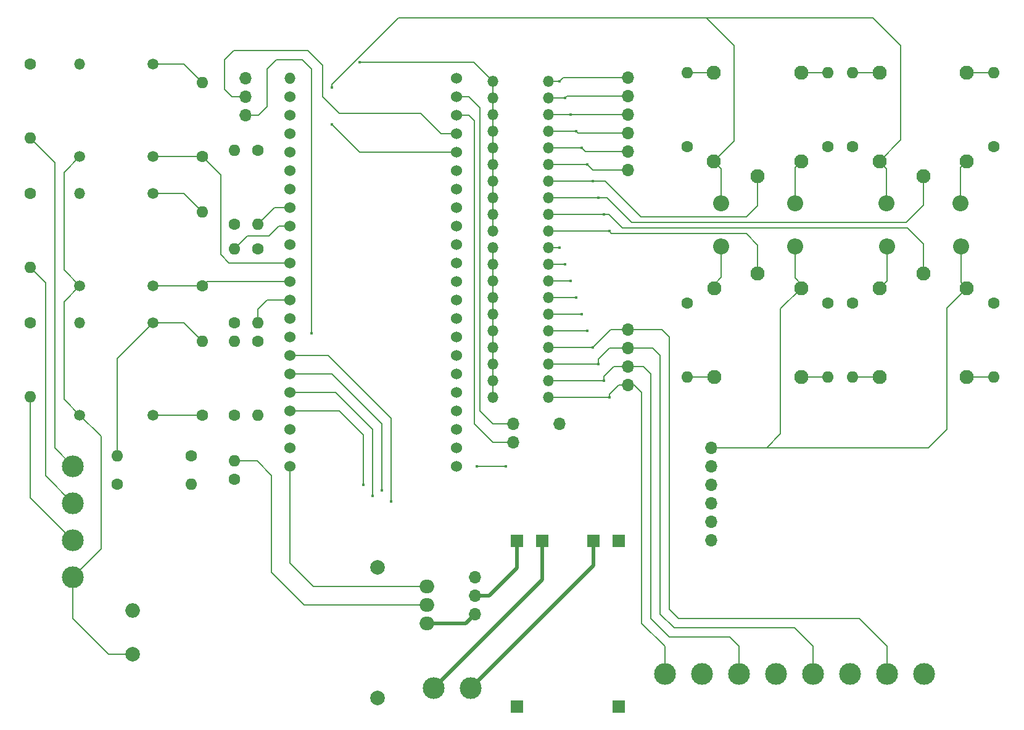
<source format=gbr>
%TF.GenerationSoftware,KiCad,Pcbnew,7.0.10*%
%TF.CreationDate,2024-04-01T07:53:45-03:00*%
%TF.ProjectId,board,626f6172-642e-46b6-9963-61645f706362,4.6*%
%TF.SameCoordinates,Original*%
%TF.FileFunction,Copper,L1,Top*%
%TF.FilePolarity,Positive*%
%FSLAX46Y46*%
G04 Gerber Fmt 4.6, Leading zero omitted, Abs format (unit mm)*
G04 Created by KiCad (PCBNEW 7.0.10) date 2024-04-01 07:53:45*
%MOMM*%
%LPD*%
G01*
G04 APERTURE LIST*
%TA.AperFunction,ComponentPad*%
%ADD10C,1.600000*%
%TD*%
%TA.AperFunction,ComponentPad*%
%ADD11O,1.600000X1.600000*%
%TD*%
%TA.AperFunction,ComponentPad*%
%ADD12O,3.000000X3.000000*%
%TD*%
%TA.AperFunction,ComponentPad*%
%ADD13C,3.000000*%
%TD*%
%TA.AperFunction,ComponentPad*%
%ADD14C,1.950000*%
%TD*%
%TA.AperFunction,ComponentPad*%
%ADD15O,1.700000X1.700000*%
%TD*%
%TA.AperFunction,ComponentPad*%
%ADD16O,1.500000X1.500000*%
%TD*%
%TA.AperFunction,ComponentPad*%
%ADD17O,1.508000X1.508000*%
%TD*%
%TA.AperFunction,ComponentPad*%
%ADD18C,1.508000*%
%TD*%
%TA.AperFunction,ComponentPad*%
%ADD19R,1.676400X1.676400*%
%TD*%
%TA.AperFunction,ComponentPad*%
%ADD20O,2.000000X2.000000*%
%TD*%
%TA.AperFunction,ComponentPad*%
%ADD21C,2.000000*%
%TD*%
%TA.AperFunction,ComponentPad*%
%ADD22O,2.200000X2.200000*%
%TD*%
%TA.AperFunction,ComponentPad*%
%ADD23O,1.530000X1.530000*%
%TD*%
%TA.AperFunction,ComponentPad*%
%ADD24C,1.530000*%
%TD*%
%TA.AperFunction,ComponentPad*%
%ADD25O,2.000000X1.905000*%
%TD*%
%TA.AperFunction,ViaPad*%
%ADD26C,0.400000*%
%TD*%
%TA.AperFunction,Conductor*%
%ADD27C,0.200000*%
%TD*%
%TA.AperFunction,Conductor*%
%ADD28C,0.500000*%
%TD*%
G04 APERTURE END LIST*
D10*
%TO.P,R21,1*%
%TO.N,TC A-1*%
X191624700Y-79019400D03*
D11*
%TO.P,R21,2*%
%TO.N,Net-(K3-PadNO)*%
X191624700Y-89179400D03*
%TD*%
D12*
%TO.P,J6,1,Pin_1*%
%TO.N,C Cwave*%
X176022000Y-130048000D03*
D13*
%TO.P,J6,2,Pin_2*%
%TO.N,TC A-1*%
X181102000Y-130048000D03*
%TD*%
D14*
%TO.P,K2,COIL1*%
%TO.N,Select C Level*%
X195307700Y-59571000D03*
%TO.P,K2,COIL2*%
%TO.N,GND*%
X207307700Y-59571000D03*
%TO.P,K2,COM*%
%TO.N,B Cwave*%
X201307700Y-61571000D03*
%TO.P,K2,NC*%
%TO.N,Net-(K2-PadNC)*%
X195307700Y-47371000D03*
%TO.P,K2,NO*%
%TO.N,Net-(K2-PadNO)*%
X207307700Y-47371000D03*
%TD*%
D10*
%TO.P,R15,1*%
%TO.N,TC A-1*%
X168879000Y-57531000D03*
D11*
%TO.P,R15,2*%
%TO.N,Net-(K1-PadNC)*%
X168879000Y-47371000D03*
%TD*%
D14*
%TO.P,K4,COIL1*%
%TO.N,GND*%
X184601600Y-76979400D03*
%TO.P,K4,COIL2*%
%TO.N,Select C Level*%
X172601600Y-76979400D03*
%TO.P,K4,COM*%
%TO.N,N Cwave*%
X178601600Y-74979400D03*
%TO.P,K4,NC*%
%TO.N,Net-(K4-PadNC)*%
X184601600Y-89179400D03*
%TO.P,K4,NO*%
%TO.N,Net-(K4-PadNO)*%
X172601600Y-89179400D03*
%TD*%
D15*
%TO.P,P1,1,Pin_1*%
%TO.N,GND*%
X151384000Y-95631000D03*
%TD*%
D10*
%TO.P,R10,1*%
%TO.N,B Vwave*%
X106807000Y-81788000D03*
D11*
%TO.P,R10,2*%
%TO.N,AB Vwave*%
X106807000Y-71628000D03*
%TD*%
D10*
%TO.P,R22,1*%
%TO.N,TC A-1*%
X168929800Y-79019400D03*
D11*
%TO.P,R22,2*%
%TO.N,Net-(K4-PadNO)*%
X168929800Y-89179400D03*
%TD*%
D10*
%TO.P,R5,1*%
%TO.N,Net-(R5-Pad1)*%
X78740000Y-81788000D03*
D11*
%TO.P,R5,2*%
%TO.N,Line C*%
X78740000Y-91948000D03*
%TD*%
D16*
%TO.P,DZ5,1,K*%
%TO.N,Vcc*%
X142245000Y-53162200D03*
%TO.P,DZ5,2,A*%
%TO.N,A Vwave*%
X149865000Y-53162200D03*
%TD*%
D15*
%TO.P,P2,1,Pin_1*%
%TO.N,UART TX*%
X145034000Y-95631000D03*
%TO.P,P2,2,Pin_2*%
%TO.N,UART RX*%
X145034000Y-98171000D03*
%TD*%
D17*
%TO.P,T1,1*%
%TO.N,Net-(R3-Pad1)*%
X85551000Y-46228000D03*
D18*
%TO.P,T1,2*%
%TO.N,Neutral*%
X85551000Y-58928000D03*
%TO.P,T1,3*%
%TO.N,A Vwave*%
X95551000Y-58928000D03*
%TO.P,T1,4*%
%TO.N,TC A-1*%
X95551000Y-46228000D03*
%TD*%
D10*
%TO.P,R8,1*%
%TO.N,C Vwave*%
X102362000Y-94488000D03*
D11*
%TO.P,R8,2*%
%TO.N,TC A-1*%
X102362000Y-84328000D03*
%TD*%
D19*
%TO.P,U1,B+,B+*%
%TO.N,Battery +*%
X149027000Y-111743000D03*
%TO.P,U1,B-,B-*%
%TO.N,Battery -*%
X156027000Y-111743000D03*
%TO.P,U1,IN+,IN+*%
%TO.N,Net-(PS1-+Vout)*%
X145527000Y-134493000D03*
%TO.P,U1,IN-,IN-*%
%TO.N,Net-(PS1--Vout)*%
X159527000Y-134493000D03*
%TO.P,U1,OUT+,OUT+*%
%TO.N,Vin*%
X145527000Y-111743000D03*
%TO.P,U1,OUT-,OUT-*%
%TO.N,GND*%
X159527000Y-111743000D03*
%TD*%
D15*
%TO.P,P3,1,Pin_1*%
%TO.N,A Cwave*%
X160782000Y-82677000D03*
%TO.P,P3,2,Pin_2*%
%TO.N,B Cwave*%
X160782000Y-85217000D03*
%TO.P,P3,3,Pin_3*%
%TO.N,C Cwave*%
X160782000Y-87757000D03*
%TO.P,P3,4,Pin_4*%
%TO.N,N Cwave*%
X160782000Y-90297000D03*
%TD*%
D10*
%TO.P,R20,1*%
%TO.N,TC A-1*%
X210979500Y-57531000D03*
D11*
%TO.P,R20,2*%
%TO.N,Net-(K2-PadNO)*%
X210979500Y-47371000D03*
%TD*%
D16*
%TO.P,DZ13,1,K*%
%TO.N,Vcc*%
X142250000Y-62306200D03*
%TO.P,DZ13,2,A*%
%TO.N,A Cwave*%
X149870000Y-62306200D03*
%TD*%
%TO.P,DZ4,1,K*%
%TO.N,B Vwave*%
X149860000Y-73736200D03*
%TO.P,DZ4,2,A*%
%TO.N,GND*%
X142240000Y-73736200D03*
%TD*%
%TO.P,DZ9,1,K*%
%TO.N,Vcc*%
X142255000Y-57734200D03*
%TO.P,DZ9,2,A*%
%TO.N,AB Vwave*%
X149875000Y-57734200D03*
%TD*%
%TO.P,DZ1,1,K*%
%TO.N,Vcc*%
X142245000Y-48590200D03*
%TO.P,DZ1,2,A*%
%TO.N,C Vwave*%
X149865000Y-48590200D03*
%TD*%
D10*
%TO.P,R11,1*%
%TO.N,BC Vwave*%
X106807000Y-94488000D03*
D11*
%TO.P,R11,2*%
%TO.N,B Vwave*%
X106807000Y-84328000D03*
%TD*%
%TO.P,C1,1*%
%TO.N,Vcc*%
X106807000Y-100751000D03*
D10*
%TO.P,C1,2*%
%TO.N,GND*%
X106807000Y-103251000D03*
%TD*%
D16*
%TO.P,DZ12,1,K*%
%TO.N,CA Vwave*%
X149845000Y-82880200D03*
%TO.P,DZ12,2,A*%
%TO.N,GND*%
X142225000Y-82880200D03*
%TD*%
D10*
%TO.P,R19,1*%
%TO.N,TC A-1*%
X188233800Y-57531000D03*
D11*
%TO.P,R19,2*%
%TO.N,Net-(K1-PadNO)*%
X188233800Y-47371000D03*
%TD*%
D10*
%TO.P,R1,1*%
%TO.N,Vcc*%
X100838000Y-100028379D03*
D11*
%TO.P,R1,2*%
%TO.N,TC A-1*%
X90678000Y-100028379D03*
%TD*%
D12*
%TO.P,J3,1,Pin_1*%
%TO.N,Line A*%
X84582000Y-101473000D03*
D13*
%TO.P,J3,2,Pin_2*%
%TO.N,Line B*%
X84582000Y-106553000D03*
%TD*%
D10*
%TO.P,R2,1*%
%TO.N,TC A-1*%
X90678000Y-103925999D03*
D11*
%TO.P,R2,2*%
%TO.N,GND*%
X100838000Y-103925999D03*
%TD*%
D16*
%TO.P,DZ8,1,K*%
%TO.N,BC Vwave*%
X149850000Y-78308200D03*
%TO.P,DZ8,2,A*%
%TO.N,GND*%
X142230000Y-78308200D03*
%TD*%
D10*
%TO.P,R9,1*%
%TO.N,AB Vwave*%
X106807000Y-68199000D03*
D11*
%TO.P,R9,2*%
%TO.N,A Vwave*%
X106807000Y-58039000D03*
%TD*%
D16*
%TO.P,DZ3,1,K*%
%TO.N,Vcc*%
X142245000Y-50876200D03*
%TO.P,DZ3,2,A*%
%TO.N,B Vwave*%
X149865000Y-50876200D03*
%TD*%
D17*
%TO.P,T2,1*%
%TO.N,Net-(R4-Pad1)*%
X85551000Y-64008000D03*
D18*
%TO.P,T2,2*%
%TO.N,Neutral*%
X85551000Y-76708000D03*
%TO.P,T2,3*%
%TO.N,B Vwave*%
X95551000Y-76708000D03*
%TO.P,T2,4*%
%TO.N,TC A-1*%
X95551000Y-64008000D03*
%TD*%
D16*
%TO.P,DZ17,1,K*%
%TO.N,Vcc*%
X142240000Y-66878200D03*
%TO.P,DZ17,2,A*%
%TO.N,C Cwave*%
X149860000Y-66878200D03*
%TD*%
D15*
%TO.P,SW2,1,A*%
%TO.N,Vcc*%
X108331000Y-48133000D03*
%TO.P,SW2,2,B*%
%TO.N,System Type*%
X108331000Y-50673000D03*
%TO.P,SW2,3,C*%
%TO.N,GND*%
X108331000Y-53213000D03*
%TD*%
D20*
%TO.P,PS1,1,AC/L*%
%TO.N,Line A*%
X92837000Y-121333000D03*
D21*
%TO.P,PS1,2,AC/N*%
%TO.N,Neutral*%
X92837000Y-127333000D03*
%TO.P,PS1,3,-Vout*%
%TO.N,Net-(PS1--Vout)*%
X126437000Y-115333000D03*
%TO.P,PS1,4,+Vout*%
%TO.N,Net-(PS1-+Vout)*%
X126437000Y-133333000D03*
%TD*%
D16*
%TO.P,DZ14,1,K*%
%TO.N,A Cwave*%
X149850000Y-85166200D03*
%TO.P,DZ14,2,A*%
%TO.N,GND*%
X142230000Y-85166200D03*
%TD*%
%TO.P,DZ2,1,K*%
%TO.N,C Vwave*%
X149865000Y-71450200D03*
%TO.P,DZ2,2,A*%
%TO.N,GND*%
X142245000Y-71450200D03*
%TD*%
%TO.P,DZ19,1,K*%
%TO.N,Vcc*%
X142230000Y-69164200D03*
%TO.P,DZ19,2,A*%
%TO.N,N Cwave*%
X149850000Y-69164200D03*
%TD*%
D12*
%TO.P,J4,1,Pin_1*%
%TO.N,A Cwave*%
X196342000Y-130048000D03*
D13*
%TO.P,J4,2,Pin_2*%
%TO.N,TC A-1*%
X201422000Y-130048000D03*
%TD*%
D22*
%TO.P,D4,1,K*%
%TO.N,Select C Level*%
X173552000Y-71247000D03*
%TO.P,D4,2,A*%
%TO.N,GND*%
X183712000Y-71247000D03*
%TD*%
D10*
%TO.P,R3,1*%
%TO.N,Net-(R3-Pad1)*%
X78740000Y-46228000D03*
D11*
%TO.P,R3,2*%
%TO.N,Line A*%
X78740000Y-56388000D03*
%TD*%
D16*
%TO.P,DZ11,1,K*%
%TO.N,Vcc*%
X142245000Y-60020200D03*
%TO.P,DZ11,2,A*%
%TO.N,CA Vwave*%
X149865000Y-60020200D03*
%TD*%
%TO.P,DZ7,1,K*%
%TO.N,Vcc*%
X142245000Y-55448200D03*
%TO.P,DZ7,2,A*%
%TO.N,BC Vwave*%
X149865000Y-55448200D03*
%TD*%
D22*
%TO.P,D2,1,K*%
%TO.N,Select C Level*%
X196298300Y-65303400D03*
%TO.P,D2,2,A*%
%TO.N,GND*%
X206458300Y-65303400D03*
%TD*%
D12*
%TO.P,J7,1,Pin_1*%
%TO.N,N Cwave*%
X165862000Y-130048000D03*
D13*
%TO.P,J7,2,Pin_2*%
%TO.N,TC A-1*%
X170942000Y-130048000D03*
%TD*%
D22*
%TO.P,D3,1,K*%
%TO.N,Select C Level*%
X196302000Y-71247000D03*
%TO.P,D3,2,A*%
%TO.N,GND*%
X206462000Y-71247000D03*
%TD*%
D10*
%TO.P,R7,1*%
%TO.N,B Vwave*%
X102362000Y-76708000D03*
D11*
%TO.P,R7,2*%
%TO.N,TC A-1*%
X102362000Y-66548000D03*
%TD*%
D14*
%TO.P,K1,COIL1*%
%TO.N,Select C Level*%
X172562000Y-59571000D03*
%TO.P,K1,COIL2*%
%TO.N,GND*%
X184562000Y-59571000D03*
%TO.P,K1,COM*%
%TO.N,A Cwave*%
X178562000Y-61571000D03*
%TO.P,K1,NC*%
%TO.N,Net-(K1-PadNC)*%
X172562000Y-47371000D03*
%TO.P,K1,NO*%
%TO.N,Net-(K1-PadNO)*%
X184562000Y-47371000D03*
%TD*%
D10*
%TO.P,R12,1*%
%TO.N,C Vwave*%
X109982000Y-84328000D03*
D11*
%TO.P,R12,2*%
%TO.N,BC Vwave*%
X109982000Y-94488000D03*
%TD*%
D16*
%TO.P,DZ16,1,K*%
%TO.N,B Cwave*%
X149850000Y-87452200D03*
%TO.P,DZ16,2,A*%
%TO.N,GND*%
X142230000Y-87452200D03*
%TD*%
%TO.P,DZ18,1,K*%
%TO.N,C Cwave*%
X149850000Y-89738200D03*
%TO.P,DZ18,2,A*%
%TO.N,GND*%
X142230000Y-89738200D03*
%TD*%
D10*
%TO.P,R17,1*%
%TO.N,TC A-1*%
X210979500Y-79019400D03*
D11*
%TO.P,R17,2*%
%TO.N,Net-(K3-PadNC)*%
X210979500Y-89179400D03*
%TD*%
D10*
%TO.P,R13,1*%
%TO.N,CA Vwave*%
X109982000Y-71628000D03*
D11*
%TO.P,R13,2*%
%TO.N,C Vwave*%
X109982000Y-81788000D03*
%TD*%
D10*
%TO.P,R4,1*%
%TO.N,Net-(R4-Pad1)*%
X78740000Y-64008000D03*
D11*
%TO.P,R4,2*%
%TO.N,Line B*%
X78740000Y-74168000D03*
%TD*%
D10*
%TO.P,R14,1*%
%TO.N,A Vwave*%
X109982000Y-58039000D03*
D11*
%TO.P,R14,2*%
%TO.N,CA Vwave*%
X109982000Y-68199000D03*
%TD*%
D12*
%TO.P,J2,1,Pin_1*%
%TO.N,Line C*%
X84582000Y-111633000D03*
D13*
%TO.P,J2,2,Pin_2*%
%TO.N,Neutral*%
X84582000Y-116713000D03*
%TD*%
D15*
%TO.P,P4,1,Pin_1*%
%TO.N,C Vwave*%
X160782000Y-48083000D03*
%TO.P,P4,2,Pin_2*%
%TO.N,B Vwave*%
X160782000Y-50623000D03*
%TO.P,P4,3,Pin_3*%
%TO.N,A Vwave*%
X160782000Y-53163000D03*
%TO.P,P4,4,Pin_4*%
%TO.N,BC Vwave*%
X160782000Y-55703000D03*
%TO.P,P4,5,Pin_5*%
%TO.N,AB Vwave*%
X160782000Y-58243000D03*
%TO.P,P4,6,Pin_6*%
%TO.N,CA Vwave*%
X160782000Y-60783000D03*
%TD*%
D16*
%TO.P,DZ6,1,K*%
%TO.N,A Vwave*%
X149860000Y-76022200D03*
%TO.P,DZ6,2,A*%
%TO.N,GND*%
X142240000Y-76022200D03*
%TD*%
%TO.P,DZ10,1,K*%
%TO.N,AB Vwave*%
X149850000Y-80594200D03*
%TO.P,DZ10,2,A*%
%TO.N,GND*%
X142230000Y-80594200D03*
%TD*%
%TO.P,DZ20,1,K*%
%TO.N,N Cwave*%
X149850000Y-92024200D03*
%TO.P,DZ20,2,A*%
%TO.N,GND*%
X142230000Y-92024200D03*
%TD*%
D23*
%TO.P,MCU1,J1_1,3V3*%
%TO.N,Vcc*%
X114427000Y-48133000D03*
D24*
%TO.P,MCU1,J1_2,3V3__1*%
%TO.N,unconnected-(MCU1-3V3__1-PadJ1_2)*%
X114427000Y-50673000D03*
%TO.P,MCU1,J1_3,RST*%
%TO.N,unconnected-(MCU1-RST-PadJ1_3)*%
X114427000Y-53213000D03*
%TO.P,MCU1,J1_4,GPIO4*%
%TO.N,N Cwave*%
X114427000Y-55753000D03*
%TO.P,MCU1,J1_5,GPIO5*%
%TO.N,C Cwave*%
X114427000Y-58293000D03*
%TO.P,MCU1,J1_6,GPIO6*%
%TO.N,B Cwave*%
X114427000Y-60833000D03*
%TO.P,MCU1,J1_7,GPIO7*%
%TO.N,A Cwave*%
X114427000Y-63373000D03*
%TO.P,MCU1,J1_8,GPIO15*%
%TO.N,CA Vwave*%
X114427000Y-65913000D03*
%TO.P,MCU1,J1_9,GPIO16*%
%TO.N,AB Vwave*%
X114427000Y-68453000D03*
%TO.P,MCU1,J1_10,GPIO17*%
%TO.N,BC Vwave*%
X114427000Y-70993000D03*
%TO.P,MCU1,J1_11,GPIO18*%
%TO.N,A Vwave*%
X114427000Y-73533000D03*
%TO.P,MCU1,J1_12,GPIO8*%
%TO.N,B Vwave*%
X114427000Y-76073000D03*
%TO.P,MCU1,J1_13,GPIO3*%
%TO.N,C Vwave*%
X114427000Y-78613000D03*
%TO.P,MCU1,J1_14,GPIO46*%
%TO.N,unconnected-(MCU1-GPIO46-PadJ1_14)*%
X114427000Y-81153000D03*
%TO.P,MCU1,J1_15,GPIO9*%
%TO.N,unconnected-(MCU1-GPIO9-PadJ1_15)*%
X114427000Y-83693000D03*
%TO.P,MCU1,J1_16,GPIO10*%
%TO.N,CS*%
X114427000Y-86233000D03*
%TO.P,MCU1,J1_17,GPIO11*%
%TO.N,MOSI*%
X114427000Y-88773000D03*
%TO.P,MCU1,J1_18,GPIO12*%
%TO.N,SCK*%
X114427000Y-91313000D03*
%TO.P,MCU1,J1_19,GPIO13*%
%TO.N,MISO*%
X114427000Y-93853000D03*
%TO.P,MCU1,J1_20,GPIO14*%
%TO.N,unconnected-(MCU1-GPIO14-PadJ1_20)*%
X114427000Y-96393000D03*
%TO.P,MCU1,J1_21,5V0*%
%TO.N,unconnected-(MCU1-5V0-PadJ1_21)*%
X114427000Y-98933000D03*
%TO.P,MCU1,J1_22,GND*%
%TO.N,GND*%
X114427000Y-101473000D03*
%TO.P,MCU1,J3_1,GND__1*%
%TO.N,unconnected-(MCU1-GND__1-PadJ3_1)*%
X137287000Y-48133000D03*
%TO.P,MCU1,J3_2,U0TXD/GPIO43*%
%TO.N,UART TX*%
X137287000Y-50673000D03*
%TO.P,MCU1,J3_3,U0RXD/GPIO44*%
%TO.N,UART RX*%
X137287000Y-53213000D03*
%TO.P,MCU1,J3_4,GPIO1*%
%TO.N,System Type*%
X137287000Y-55753000D03*
%TO.P,MCU1,J3_5,GPIO2*%
%TO.N,Select C Level*%
X137287000Y-58293000D03*
%TO.P,MCU1,J3_6,MTMS/GPIO42*%
%TO.N,unconnected-(MCU1-MTMS{slash}GPIO42-PadJ3_6)*%
X137287000Y-60833000D03*
%TO.P,MCU1,J3_7,MTDI/GPIO41*%
%TO.N,unconnected-(MCU1-MTDI{slash}GPIO41-PadJ3_7)*%
X137287000Y-63373000D03*
%TO.P,MCU1,J3_8,MTDO/GPIO40*%
%TO.N,unconnected-(MCU1-MTDO{slash}GPIO40-PadJ3_8)*%
X137287000Y-65913000D03*
%TO.P,MCU1,J3_9,MTCK/GPIO39*%
%TO.N,unconnected-(MCU1-MTCK{slash}GPIO39-PadJ3_9)*%
X137287000Y-68453000D03*
%TO.P,MCU1,J3_10,GPIO38*%
%TO.N,unconnected-(MCU1-GPIO38-PadJ3_10)*%
X137287000Y-70993000D03*
%TO.P,MCU1,J3_11,GPIO37*%
%TO.N,unconnected-(MCU1-GPIO37-PadJ3_11)*%
X137287000Y-73533000D03*
%TO.P,MCU1,J3_12,GPIO36*%
%TO.N,unconnected-(MCU1-GPIO36-PadJ3_12)*%
X137287000Y-76073000D03*
%TO.P,MCU1,J3_13,GPIO35*%
%TO.N,unconnected-(MCU1-GPIO35-PadJ3_13)*%
X137287000Y-78613000D03*
%TO.P,MCU1,J3_14,GPIO0*%
%TO.N,unconnected-(MCU1-GPIO0-PadJ3_14)*%
X137287000Y-81153000D03*
%TO.P,MCU1,J3_15,GPIO45*%
%TO.N,unconnected-(MCU1-GPIO45-PadJ3_15)*%
X137287000Y-83693000D03*
%TO.P,MCU1,J3_16,GPIO48*%
%TO.N,unconnected-(MCU1-GPIO48-PadJ3_16)*%
X137287000Y-86233000D03*
%TO.P,MCU1,J3_17,GPIO47*%
%TO.N,unconnected-(MCU1-GPIO47-PadJ3_17)*%
X137287000Y-88773000D03*
%TO.P,MCU1,J3_18,GPIO21*%
%TO.N,unconnected-(MCU1-GPIO21-PadJ3_18)*%
X137287000Y-91313000D03*
%TO.P,MCU1,J3_19,USB_D+/GPIO20*%
%TO.N,unconnected-(MCU1-USB_D+{slash}GPIO20-PadJ3_19)*%
X137287000Y-93853000D03*
%TO.P,MCU1,J3_20,USB_D-/GPIO19*%
%TO.N,unconnected-(MCU1-USB_D-{slash}GPIO19-PadJ3_20)*%
X137287000Y-96393000D03*
%TO.P,MCU1,J3_21,GND__2*%
%TO.N,unconnected-(MCU1-GND__2-PadJ3_21)*%
X137287000Y-98933000D03*
%TO.P,MCU1,J3_22,GND__3*%
%TO.N,unconnected-(MCU1-GND__3-PadJ3_22)*%
X137287000Y-101473000D03*
%TD*%
D10*
%TO.P,R18,1*%
%TO.N,TC A-1*%
X188183000Y-79019400D03*
D11*
%TO.P,R18,2*%
%TO.N,Net-(K4-PadNC)*%
X188183000Y-89179400D03*
%TD*%
D12*
%TO.P,J5,1,Pin_1*%
%TO.N,B Cwave*%
X186182000Y-130048000D03*
D13*
%TO.P,J5,2,Pin_2*%
%TO.N,TC A-1*%
X191262000Y-130048000D03*
%TD*%
D17*
%TO.P,T3,1*%
%TO.N,Net-(R5-Pad1)*%
X85551000Y-81788000D03*
D18*
%TO.P,T3,2*%
%TO.N,Neutral*%
X85551000Y-94488000D03*
%TO.P,T3,3*%
%TO.N,C Vwave*%
X95551000Y-94488000D03*
%TO.P,T3,4*%
%TO.N,TC A-1*%
X95551000Y-81788000D03*
%TD*%
D22*
%TO.P,D1,1,K*%
%TO.N,Select C Level*%
X173552600Y-65303400D03*
%TO.P,D1,2,A*%
%TO.N,GND*%
X183712600Y-65303400D03*
%TD*%
D12*
%TO.P,J1,1,Pin_1*%
%TO.N,Battery +*%
X134112000Y-131953000D03*
D13*
%TO.P,J1,2,Pin_2*%
%TO.N,Battery -*%
X139192000Y-131953000D03*
%TD*%
D15*
%TO.P,SW1,1,A*%
%TO.N,unconnected-(SW1A-A-Pad1)*%
X139827000Y-116713000D03*
%TO.P,SW1,2,B*%
%TO.N,Vin*%
X139827000Y-119253000D03*
%TO.P,SW1,3,C*%
%TO.N,Net-(SW1A-C)*%
X139827000Y-121793000D03*
%TD*%
D25*
%TO.P,U2,1,GND*%
%TO.N,GND*%
X133167000Y-117983000D03*
%TO.P,U2,2,VO*%
%TO.N,Vcc*%
X133167000Y-120523000D03*
%TO.P,U2,3,VI*%
%TO.N,Net-(SW1A-C)*%
X133167000Y-123063000D03*
%TD*%
D16*
%TO.P,DZ15,1,K*%
%TO.N,Vcc*%
X142240000Y-64592200D03*
%TO.P,DZ15,2,A*%
%TO.N,B Cwave*%
X149860000Y-64592200D03*
%TD*%
D10*
%TO.P,R16,1*%
%TO.N,TC A-1*%
X191624700Y-57531000D03*
D11*
%TO.P,R16,2*%
%TO.N,Net-(K2-PadNC)*%
X191624700Y-47371000D03*
%TD*%
D14*
%TO.P,K3,COIL1*%
%TO.N,GND*%
X207307700Y-76979400D03*
%TO.P,K3,COIL2*%
%TO.N,Select C Level*%
X195307700Y-76979400D03*
%TO.P,K3,COM*%
%TO.N,C Cwave*%
X201307700Y-74979400D03*
%TO.P,K3,NC*%
%TO.N,Net-(K3-PadNC)*%
X207307700Y-89179400D03*
%TO.P,K3,NO*%
%TO.N,Net-(K3-PadNO)*%
X195307700Y-89179400D03*
%TD*%
D10*
%TO.P,R6,1*%
%TO.N,A Vwave*%
X102362000Y-58928000D03*
D11*
%TO.P,R6,2*%
%TO.N,TC A-1*%
X102362000Y-48768000D03*
%TD*%
D15*
%TO.P,P5,1,Pin_1*%
%TO.N,GND*%
X172212000Y-98933000D03*
%TO.P,P5,2,Pin_2*%
%TO.N,Vcc*%
X172212000Y-101473000D03*
%TO.P,P5,3,Pin_3*%
%TO.N,MISO*%
X172212000Y-104013000D03*
%TO.P,P5,4,Pin_4*%
%TO.N,MOSI*%
X172212000Y-106553000D03*
%TO.P,P5,5,Pin_5*%
%TO.N,SCK*%
X172212000Y-109093000D03*
%TO.P,P5,6,Pin_6*%
%TO.N,CS*%
X172212000Y-111633000D03*
%TD*%
D26*
%TO.N,A Vwave*%
X152913000Y-53162200D03*
X152913000Y-76022200D03*
%TO.N,B Vwave*%
X152151000Y-73736200D03*
X152151000Y-50876200D03*
%TO.N,C Vwave*%
X151389000Y-48590200D03*
X151389000Y-71450200D03*
%TO.N,AB Vwave*%
X154442000Y-80594200D03*
X154442000Y-57734200D03*
%TO.N,CA Vwave*%
X155199000Y-82880200D03*
X155199000Y-60020200D03*
%TO.N,BC Vwave*%
X153675000Y-55448200D03*
X153675000Y-78308200D03*
%TO.N,Vcc*%
X140081000Y-101473000D03*
X123952000Y-45923200D03*
X144018000Y-101473000D03*
%TO.N,GND*%
X117348000Y-83185000D03*
%TO.N,A Cwave*%
X155961000Y-62306200D03*
X155961000Y-85166200D03*
%TO.N,B Cwave*%
X156713000Y-87452200D03*
X156713000Y-64592200D03*
%TO.N,C Cwave*%
X157475000Y-89738200D03*
X157475000Y-66878200D03*
%TO.N,N Cwave*%
X158232000Y-92024200D03*
X158232000Y-69164200D03*
%TO.N,Select C Level*%
X120142000Y-54483000D03*
X120142000Y-49403000D03*
%TO.N,CS*%
X128270000Y-106299000D03*
%TO.N,MOSI*%
X127000000Y-104775000D03*
%TO.N,SCK*%
X125730000Y-105537000D03*
%TO.N,MISO*%
X124460000Y-104013000D03*
%TD*%
D27*
%TO.N,A Vwave*%
X102362000Y-58928000D02*
X104902000Y-61468000D01*
X104902000Y-72390000D02*
X106045000Y-73533000D01*
X106045000Y-73533000D02*
X114427000Y-73533000D01*
X152913000Y-53162200D02*
X152963800Y-53213000D01*
X149865000Y-53162200D02*
X152913000Y-53162200D01*
X152913800Y-53163000D02*
X152913000Y-53162200D01*
X102362000Y-58928000D02*
X95551000Y-58928000D01*
X160782000Y-53163000D02*
X152913800Y-53163000D01*
X149860000Y-76022200D02*
X152913000Y-76022200D01*
X104902000Y-61468000D02*
X104902000Y-72390000D01*
%TO.N,B Vwave*%
X102997000Y-76073000D02*
X102362000Y-76708000D01*
X95551000Y-76708000D02*
X102362000Y-76708000D01*
X149860000Y-73736200D02*
X152151000Y-73736200D01*
X114427000Y-76073000D02*
X102997000Y-76073000D01*
X149865000Y-50876200D02*
X152151000Y-50876200D01*
X160782000Y-50623000D02*
X152404200Y-50623000D01*
X152404200Y-50623000D02*
X152151000Y-50876200D01*
%TO.N,C Vwave*%
X149865000Y-48590200D02*
X151389000Y-48590200D01*
X160782000Y-48083000D02*
X151896200Y-48083000D01*
X111252000Y-78613000D02*
X114427000Y-78613000D01*
X109982000Y-79883000D02*
X111252000Y-78613000D01*
X151896200Y-48083000D02*
X151389000Y-48590200D01*
X149865000Y-71450200D02*
X151389000Y-71450200D01*
X95551000Y-94488000D02*
X102362000Y-94488000D01*
X109982000Y-81788000D02*
X109982000Y-79883000D01*
%TO.N,AB Vwave*%
X154442000Y-57734200D02*
X154950800Y-58243000D01*
X149875000Y-57734200D02*
X154442000Y-57734200D01*
X149850000Y-80594200D02*
X154442000Y-80594200D01*
X111506000Y-69850000D02*
X112903000Y-68453000D01*
X154950800Y-58243000D02*
X160782000Y-58243000D01*
X112903000Y-68453000D02*
X114427000Y-68453000D01*
X108585000Y-69850000D02*
X111506000Y-69850000D01*
X106807000Y-71628000D02*
X108585000Y-69850000D01*
%TO.N,CA Vwave*%
X149845000Y-82880200D02*
X155199000Y-82880200D01*
X149865000Y-60020200D02*
X155199000Y-60020200D01*
X109982000Y-68199000D02*
X112268000Y-65913000D01*
X112268000Y-65913000D02*
X114427000Y-65913000D01*
X155199000Y-60020200D02*
X155961800Y-60783000D01*
X155961800Y-60783000D02*
X160782000Y-60783000D01*
%TO.N,BC Vwave*%
X149850000Y-78308200D02*
X153675000Y-78308200D01*
X160782000Y-55703000D02*
X153929800Y-55703000D01*
X153929800Y-55703000D02*
X153675000Y-55448200D01*
X149865000Y-55448200D02*
X153675000Y-55448200D01*
%TO.N,Line B*%
X80819000Y-76247000D02*
X78740000Y-74168000D01*
X80819000Y-102790000D02*
X80819000Y-76247000D01*
X84582000Y-106553000D02*
X80819000Y-102790000D01*
%TO.N,Line A*%
X82089000Y-59737000D02*
X78740000Y-56388000D01*
X82089000Y-98980000D02*
X82089000Y-59737000D01*
X84582000Y-101473000D02*
X82089000Y-98980000D01*
%TO.N,Neutral*%
X89487000Y-127333000D02*
X92837000Y-127333000D01*
X83359000Y-61120000D02*
X85551000Y-58928000D01*
X84582000Y-116713000D02*
X88439000Y-112856000D01*
X83359000Y-74516000D02*
X83359000Y-61120000D01*
X88439000Y-97376000D02*
X85551000Y-94488000D01*
X84582000Y-122428000D02*
X89487000Y-127333000D01*
X85551000Y-76708000D02*
X83359000Y-74516000D01*
X85551000Y-94488000D02*
X83359000Y-92296000D01*
X88439000Y-112856000D02*
X88439000Y-97376000D01*
X84582000Y-116713000D02*
X84582000Y-122428000D01*
X83359000Y-78900000D02*
X85551000Y-76708000D01*
X83359000Y-92296000D02*
X83359000Y-78900000D01*
%TO.N,Line C*%
X78740000Y-105791000D02*
X78740000Y-91948000D01*
X84582000Y-111633000D02*
X78740000Y-105791000D01*
%TO.N,Vcc*%
X109895000Y-100751000D02*
X111887000Y-102743000D01*
X142245000Y-60020200D02*
X142245000Y-57744200D01*
X142245000Y-57744200D02*
X142255000Y-57734200D01*
X111887000Y-102743000D02*
X111887000Y-116078000D01*
X123952000Y-45923200D02*
X139578000Y-45923200D01*
X142245000Y-50876200D02*
X142245000Y-48590200D01*
X139578000Y-45923200D02*
X142245000Y-48590200D01*
X142230000Y-69164200D02*
X142230000Y-66888200D01*
X142245000Y-53162200D02*
X142245000Y-50876200D01*
X142245000Y-62301200D02*
X142250000Y-62306200D01*
X142230000Y-66888200D02*
X142240000Y-66878200D01*
X142240000Y-62316200D02*
X142250000Y-62306200D01*
X142240000Y-64592200D02*
X142240000Y-62316200D01*
X111887000Y-116078000D02*
X116332000Y-120523000D01*
X116332000Y-120523000D02*
X133167000Y-120523000D01*
X140081000Y-101473000D02*
X144018000Y-101473000D01*
X142245000Y-60020200D02*
X142245000Y-62301200D01*
X142240000Y-66878200D02*
X142240000Y-64592200D01*
X142255000Y-57734200D02*
X142255000Y-55458200D01*
X142255000Y-55458200D02*
X142245000Y-55448200D01*
X106807000Y-100751000D02*
X109895000Y-100751000D01*
X142245000Y-55448200D02*
X142245000Y-53162200D01*
%TO.N,GND*%
X142230000Y-82875200D02*
X142225000Y-82880200D01*
X206462000Y-71247000D02*
X206462000Y-76133700D01*
X183712600Y-65303400D02*
X183712600Y-60420400D01*
X142230000Y-78308200D02*
X142230000Y-79573200D01*
X142230000Y-79573200D02*
X142225000Y-79578200D01*
X142230000Y-76032200D02*
X142240000Y-76022200D01*
X142240000Y-73736200D02*
X142240000Y-76022200D01*
X142230000Y-85166200D02*
X142230000Y-87452200D01*
X179832000Y-98933000D02*
X202057000Y-98933000D01*
X114427000Y-114808000D02*
X114427000Y-101473000D01*
X183712600Y-60420400D02*
X184562000Y-59571000D01*
X206462000Y-76133700D02*
X207307700Y-76979400D01*
X111252000Y-46863000D02*
X112522000Y-45593000D01*
X206458300Y-65303400D02*
X206458300Y-60420400D01*
X142225000Y-82880200D02*
X142225000Y-85161200D01*
X117602000Y-117983000D02*
X114427000Y-114808000D01*
X142230000Y-89738200D02*
X142230000Y-92024200D01*
X181737000Y-79844000D02*
X184601600Y-76979400D01*
X206458300Y-60420400D02*
X207307700Y-59571000D01*
X179832000Y-98933000D02*
X181737000Y-97028000D01*
X202057000Y-98933000D02*
X204597000Y-96393000D01*
X142245000Y-73731200D02*
X142240000Y-73736200D01*
X142225000Y-79578200D02*
X142230000Y-79583200D01*
X183712000Y-75581800D02*
X184601600Y-76471400D01*
X142245000Y-71450200D02*
X142245000Y-73731200D01*
X204597000Y-79690100D02*
X207307700Y-76979400D01*
X183712000Y-71247000D02*
X183712000Y-75581800D01*
X142230000Y-87452200D02*
X142230000Y-89738200D01*
X172212000Y-98933000D02*
X179832000Y-98933000D01*
X117348000Y-46863000D02*
X117348000Y-83185000D01*
X204597000Y-96393000D02*
X204597000Y-79690100D01*
X142230000Y-79583200D02*
X142230000Y-80594200D01*
X142225000Y-85161200D02*
X142230000Y-85166200D01*
X110083600Y-53213000D02*
X111252000Y-52044600D01*
X111252000Y-52044600D02*
X111252000Y-46863000D01*
X181737000Y-97028000D02*
X181737000Y-79844000D01*
X142230000Y-80594200D02*
X142230000Y-82875200D01*
X108331000Y-53213000D02*
X110083600Y-53213000D01*
X133167000Y-117983000D02*
X117602000Y-117983000D01*
X116078000Y-45593000D02*
X117348000Y-46863000D01*
X112522000Y-45593000D02*
X116078000Y-45593000D01*
X142230000Y-78308200D02*
X142230000Y-76032200D01*
%TO.N,A Cwave*%
X155961000Y-85166200D02*
X149850000Y-85166200D01*
X192532000Y-122428000D02*
X196342000Y-126238000D01*
X178562000Y-65628000D02*
X177007000Y-67183000D01*
X177007000Y-67183000D02*
X162560000Y-67183000D01*
X166497000Y-121158000D02*
X167767000Y-122428000D01*
X157683200Y-62306200D02*
X155961000Y-62306200D01*
X162560000Y-67183000D02*
X157683200Y-62306200D01*
X196342000Y-126238000D02*
X196342000Y-130048000D01*
X167767000Y-122428000D02*
X192532000Y-122428000D01*
X165481000Y-82677000D02*
X166497000Y-83693000D01*
X155961000Y-85166200D02*
X158450200Y-82677000D01*
X149870000Y-62306200D02*
X155961000Y-62306200D01*
X178562000Y-61571000D02*
X178562000Y-65628000D01*
X166497000Y-83693000D02*
X166497000Y-121158000D01*
X158450200Y-82677000D02*
X160782000Y-82677000D01*
X160782000Y-82677000D02*
X165481000Y-82677000D01*
%TO.N,B Cwave*%
X157937200Y-64592200D02*
X156713000Y-64592200D01*
X183642000Y-123698000D02*
X167132000Y-123698000D01*
X186182000Y-130048000D02*
X186182000Y-126238000D01*
X156713000Y-87452200D02*
X156713000Y-86746000D01*
X149850000Y-87452200D02*
X156713000Y-87452200D01*
X156713000Y-86746000D02*
X158242000Y-85217000D01*
X201307700Y-65615300D02*
X198978000Y-67945000D01*
X186182000Y-126238000D02*
X183642000Y-123698000D01*
X161290000Y-67945000D02*
X157937200Y-64592200D01*
X165227000Y-121793000D02*
X165227000Y-86233000D01*
X165227000Y-86233000D02*
X164211000Y-85217000D01*
X164211000Y-85217000D02*
X160782000Y-85217000D01*
X158242000Y-85217000D02*
X160782000Y-85217000D01*
X198978000Y-67945000D02*
X161290000Y-67945000D01*
X167132000Y-123698000D02*
X165227000Y-121793000D01*
X201307700Y-61571000D02*
X201307700Y-65615300D01*
X149860000Y-64592200D02*
X156713000Y-64592200D01*
%TO.N,C Cwave*%
X163957000Y-88773000D02*
X162941000Y-87757000D01*
X157475000Y-89159000D02*
X158877000Y-87757000D01*
X157475000Y-89738200D02*
X157475000Y-89159000D01*
X158191200Y-66878200D02*
X157475000Y-66878200D01*
X162941000Y-87757000D02*
X160782000Y-87757000D01*
X158877000Y-87757000D02*
X160782000Y-87757000D01*
X157475000Y-66878200D02*
X149860000Y-66878200D01*
X176022000Y-126238000D02*
X174752000Y-124968000D01*
X199105000Y-68707000D02*
X160020000Y-68707000D01*
X166497000Y-124968000D02*
X163957000Y-122428000D01*
X174752000Y-124968000D02*
X166497000Y-124968000D01*
X163957000Y-122428000D02*
X163957000Y-88773000D01*
X201307700Y-74979400D02*
X201307700Y-70909700D01*
X201307700Y-70909700D02*
X199105000Y-68707000D01*
X149850000Y-89738200D02*
X157475000Y-89738200D01*
X176022000Y-130048000D02*
X176022000Y-126238000D01*
X160020000Y-68707000D02*
X158191200Y-66878200D01*
%TO.N,N Cwave*%
X162687000Y-123063000D02*
X162687000Y-91313000D01*
X158536800Y-69469000D02*
X158232000Y-69164200D01*
X178601600Y-71063600D02*
X177007000Y-69469000D01*
X159512000Y-90297000D02*
X160782000Y-90297000D01*
X177007000Y-69469000D02*
X158536800Y-69469000D01*
X158242000Y-92034200D02*
X158232000Y-92024200D01*
X158232000Y-91577000D02*
X159512000Y-90297000D01*
X158232000Y-92024200D02*
X149850000Y-92024200D01*
X162687000Y-91313000D02*
X161671000Y-90297000D01*
X165862000Y-126238000D02*
X162687000Y-123063000D01*
X158232000Y-92024200D02*
X158232000Y-91577000D01*
X149850000Y-69164200D02*
X158232000Y-69164200D01*
X165862000Y-130048000D02*
X165862000Y-126238000D01*
X178601600Y-74979400D02*
X178601600Y-71063600D01*
X161671000Y-90297000D02*
X160782000Y-90297000D01*
%TO.N,Select C Level*%
X173552600Y-65303400D02*
X173552600Y-60561600D01*
X198247000Y-43688000D02*
X198247000Y-56631700D01*
X175387000Y-56746000D02*
X172562000Y-59571000D01*
X171577000Y-39878000D02*
X175387000Y-43688000D01*
X194437000Y-39878000D02*
X198247000Y-43688000D01*
X120142000Y-49026093D02*
X129290093Y-39878000D01*
X120142000Y-49403000D02*
X120142000Y-49026093D01*
X196298300Y-65303400D02*
X196298300Y-60561600D01*
X137287000Y-58293000D02*
X123952000Y-58293000D01*
X196302000Y-71247000D02*
X196302000Y-75985100D01*
X173552000Y-75521000D02*
X172601600Y-76471400D01*
X196302000Y-75985100D02*
X195307700Y-76979400D01*
X175387000Y-43688000D02*
X175387000Y-56746000D01*
X129290093Y-39878000D02*
X194437000Y-39878000D01*
X196298300Y-60561600D02*
X195307700Y-59571000D01*
X123952000Y-58293000D02*
X120142000Y-54483000D01*
X173552600Y-60561600D02*
X172562000Y-59571000D01*
X173552000Y-71247000D02*
X173552000Y-75521000D01*
X198247000Y-56631700D02*
X195307700Y-59571000D01*
%TO.N,TC A-1*%
X99822000Y-81788000D02*
X102362000Y-84328000D01*
X90678000Y-100028379D02*
X90678000Y-86661000D01*
X95551000Y-64008000D02*
X99822000Y-64008000D01*
X99822000Y-64008000D02*
X102362000Y-66548000D01*
X95551000Y-81788000D02*
X99822000Y-81788000D01*
X90678000Y-86661000D02*
X95551000Y-81788000D01*
X95551000Y-46228000D02*
X99822000Y-46228000D01*
X99822000Y-46228000D02*
X102362000Y-48768000D01*
D28*
%TO.N,Battery +*%
X149027000Y-117038000D02*
X149027000Y-111743000D01*
X134112000Y-131953000D02*
X149027000Y-117038000D01*
%TO.N,Battery -*%
X139192000Y-131953000D02*
X156027000Y-115118000D01*
X156027000Y-115118000D02*
X156027000Y-111743000D01*
D27*
%TO.N,Net-(K1-PadNC)*%
X172562000Y-47371000D02*
X168879000Y-47371000D01*
%TO.N,Net-(K1-PadNO)*%
X184562000Y-47371000D02*
X188284600Y-47371000D01*
%TO.N,Net-(K2-PadNO)*%
X207307700Y-47371000D02*
X211030300Y-47371000D01*
%TO.N,Net-(K2-PadNC)*%
X195307700Y-47371000D02*
X191624700Y-47371000D01*
%TO.N,Net-(K3-PadNO)*%
X191624700Y-89179400D02*
X195307700Y-89179400D01*
%TO.N,Net-(K3-PadNC)*%
X207307700Y-89179400D02*
X210979500Y-89179400D01*
%TO.N,Net-(K4-PadNO)*%
X168929800Y-89179400D02*
X172601600Y-89179400D01*
%TO.N,Net-(K4-PadNC)*%
X184601600Y-89179400D02*
X188183000Y-89179400D01*
%TO.N,CS*%
X128270000Y-106299000D02*
X128270000Y-94869000D01*
X128270000Y-94869000D02*
X119634000Y-86233000D01*
X119634000Y-86233000D02*
X114427000Y-86233000D01*
%TO.N,MOSI*%
X120142000Y-88773000D02*
X114427000Y-88773000D01*
X127000000Y-95631000D02*
X120142000Y-88773000D01*
X127000000Y-104775000D02*
X127000000Y-95631000D01*
%TO.N,SCK*%
X125730000Y-96393000D02*
X120650000Y-91313000D01*
X120650000Y-91313000D02*
X114427000Y-91313000D01*
X125730000Y-105537000D02*
X125730000Y-96393000D01*
%TO.N,MISO*%
X124460000Y-104013000D02*
X124460000Y-97155000D01*
X121158000Y-93853000D02*
X114427000Y-93853000D01*
X124460000Y-97155000D02*
X121158000Y-93853000D01*
%TO.N,System Type*%
X118872000Y-50673000D02*
X121158000Y-52959000D01*
X105410000Y-49657000D02*
X105410000Y-45593000D01*
X108331000Y-50673000D02*
X106426000Y-50673000D01*
X116840000Y-44323000D02*
X118872000Y-46355000D01*
X105410000Y-45593000D02*
X106680000Y-44323000D01*
X135128000Y-55753000D02*
X137287000Y-55753000D01*
X132334000Y-52959000D02*
X135128000Y-55753000D01*
X121158000Y-52959000D02*
X132334000Y-52959000D01*
X106426000Y-50673000D02*
X105410000Y-49657000D01*
X106680000Y-44323000D02*
X116840000Y-44323000D01*
X118872000Y-46355000D02*
X118872000Y-50673000D01*
%TO.N,UART TX*%
X138938000Y-50673000D02*
X137287000Y-50673000D01*
X140462000Y-93853000D02*
X140462000Y-52197000D01*
X145034000Y-95631000D02*
X142240000Y-95631000D01*
X140462000Y-52197000D02*
X138938000Y-50673000D01*
X142240000Y-95631000D02*
X140462000Y-93853000D01*
%TO.N,UART RX*%
X139700000Y-95631000D02*
X139700000Y-53975000D01*
X138938000Y-53213000D02*
X137287000Y-53213000D01*
X145034000Y-98171000D02*
X142240000Y-98171000D01*
X139700000Y-53975000D02*
X138938000Y-53213000D01*
X142240000Y-98171000D02*
X139700000Y-95631000D01*
D28*
%TO.N,Vin*%
X145527000Y-115443000D02*
X145527000Y-111743000D01*
X141717000Y-119253000D02*
X145527000Y-115443000D01*
X139827000Y-119253000D02*
X141717000Y-119253000D01*
D27*
X145527000Y-115458000D02*
X145527000Y-115443000D01*
D28*
%TO.N,Net-(SW1A-C)*%
X138557000Y-123063000D02*
X139827000Y-121793000D01*
X133167000Y-123063000D02*
X138557000Y-123063000D01*
%TD*%
M02*

</source>
